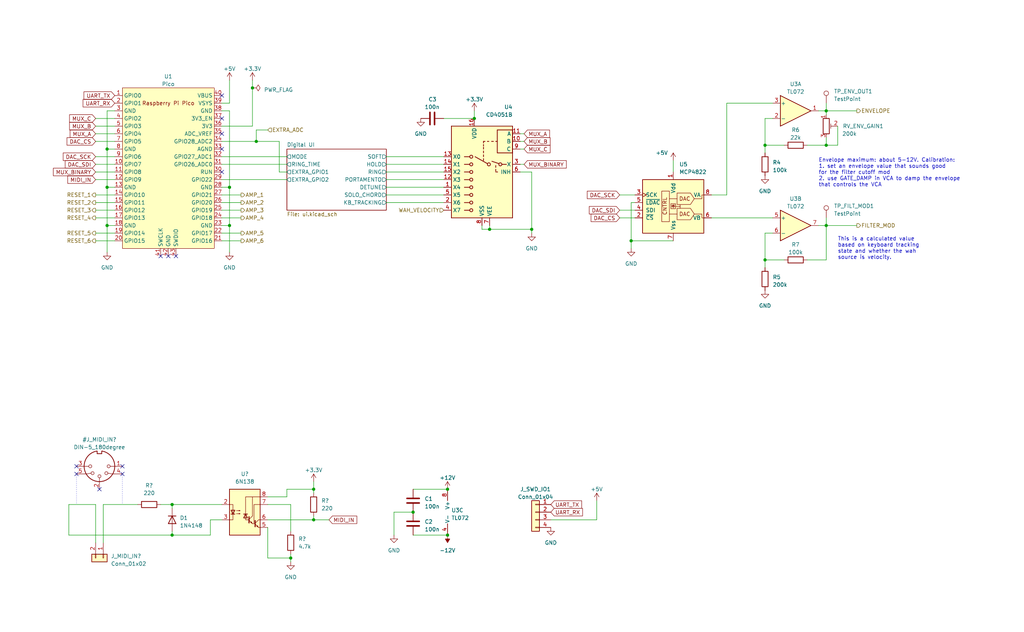
<source format=kicad_sch>
(kicad_sch (version 20230121) (generator eeschema)
  (paper "User" 340.004 210.007)
  (lib_symbols
    (symbol "+3.3V_1" (power) (pin_names (offset 0))
      (property "Value" "+3.3V_1" (at 0 3.556 0))
      (symbol "+3.3V_1_0_1"
        (polyline (pts (xy -0.762 1.27) (xy 0 2.54)))
        (polyline (pts (xy 0 0) (xy 0 2.54)))
        (polyline (pts (xy 0 2.54) (xy 0.762 1.27)))
      )
      (symbol "+3.3V_1_1_1"
        (pin power_in line (at 0 0 90) (length 0) hide (name "+3.3V") (number "1"))
      )
    )
    (symbol "Amplifier_Operational:TL072" (pin_names (offset 0.127))
      (property "Reference" "U" (at 0 5.08 0))
      (property "Value" "TL072" (at 0 -5.08 0))
      (symbol "TL072_1_1"
        (polyline (pts (xy -5.08 5.08) (xy 5.08 0) (xy -5.08 -5.08) (xy -5.08 5.08)) (stroke (width 0.254)) (fill (type background)))
        (pin output line (at 7.62 0 180) (length 2.54) (name "~") (number "1"))
        (pin input line (at -7.62 -2.54 0) (length 2.54) (name "-") (number "2"))
        (pin input line (at -7.62 2.54 0) (length 2.54) (name "+") (number "3"))
      )
      (symbol "TL072_2_1"
        (polyline (pts (xy -5.08 5.08) (xy 5.08 0) (xy -5.08 -5.08) (xy -5.08 5.08)) (stroke (width 0.254)) (fill (type background)))
        (pin input line (at -7.62 2.54 0) (length 2.54) (name "+") (number "5"))
        (pin input line (at -7.62 -2.54 0) (length 2.54) (name "-") (number "6"))
        (pin output line (at 7.62 0 180) (length 2.54) (name "~") (number "7"))
      )
      (symbol "TL072_3_1"
        (pin power_in line (at -2.54 -7.62 90) (length 3.81) (name "V-") (number "4"))
        (pin power_in line (at -2.54 7.62 270) (length 3.81) (name "V+") (number "8"))
      )
    )
    (symbol "Analog_DAC:MCP4822" (pin_names (offset 1.016))
      (property "Reference" "U" (at -2.54 10.795 0))
      (property "Value" "MCP4822" (at -2.54 8.89 0))
      (symbol "MCP4822_0_0"
        (polyline (pts (xy 0 -1.778) (xy 0 -0.635)))
        (polyline (pts (xy 0.381 -0.889) (xy 0.508 -0.762)))
        (polyline (pts (xy 2.286 -1.143) (xy 2.286 -1.905)))
        (polyline (pts (xy 0.381 -0.889) (xy -0.381 -0.889) (xy -0.508 -1.016)))
        (polyline (pts (xy 0.762 -1.27) (xy 2.286 -1.27) (xy 2.286 -0.762)))
        (polyline (pts (xy 0 -0.889) (xy 0.508 -1.397) (xy -0.508 -1.397) (xy 0 -0.889)))
        (polyline (pts (xy 6.985 -3.81) (xy 9.525 -3.81) (xy 9.525 -5.08) (xy 10.16 -5.08)))
        (polyline (pts (xy 6.985 1.27) (xy 9.525 1.27) (xy 9.525 2.54) (xy 10.16 2.54)))
        (rectangle (start 0.762 -0.381) (end -0.762 -2.032))
        (text "CNTRL" (at -2.032 -4.191 900) (effects (font (size 1.27 1.27)) (justify left bottom)))
        (text "DAC" (at 3.81 -3.81 0) (effects (font (size 1.27 1.27))))
        (text "DAC" (at 3.81 1.27 0) (effects (font (size 1.27 1.27))))
      )
      (symbol "MCP4822_0_1"
        (rectangle (start -10.16 7.62) (end 10.16 -10.16) (stroke (width 0.254)) (fill (type background)))
        (rectangle (start -1.27 -6.35) (end -3.81 3.81))
        (polyline (pts (xy 1.27 -3.81) (xy -1.27 -3.81)))
        (polyline (pts (xy 1.27 1.27) (xy -1.27 1.27)))
        (polyline (pts (xy 6.985 -3.81) (xy 5.715 -1.905) (xy 1.27 -1.905) (xy 1.27 -5.715) (xy 5.715 -5.715) (xy 6.985 -3.81)))
        (polyline (pts (xy 6.985 1.27) (xy 5.715 3.175) (xy 1.27 3.175) (xy 1.27 -0.635) (xy 5.715 -0.635) (xy 6.985 1.27)))
      )
      (symbol "MCP4822_1_1"
        (pin power_in line (at 0 10.16 270) (length 2.54) (name "Vdd") (number "1"))
        (pin input line (at -12.7 -5.08 0) (length 2.54) (name "~{CS}") (number "2"))
        (pin input clock (at -12.7 2.54 0) (length 2.54) (name "SCK") (number "3"))
        (pin input line (at -12.7 -2.54 0) (length 2.54) (name "SDI") (number "4"))
        (pin input line (at -12.7 0 0) (length 2.54) (name "~{LDAC}") (number "5"))
        (pin output line (at 12.7 -5.08 180) (length 2.54) (name "VB") (number "6"))
        (pin power_in line (at 0 -12.7 90) (length 2.54) (name "Vss") (number "7"))
        (pin output line (at 12.7 2.54 180) (length 2.54) (name "VA") (number "8"))
      )
    )
    (symbol "Analog_Switch:CD4051B"
      (property "Reference" "U" (at -10.16 16.51 0))
      (property "Value" "CD4051B" (at 3.81 16.51 0))
      (symbol "CD4051B_0_1"
        (rectangle (start -10.16 6.35) (end -5.08 13.97) (stroke (width 0.254)))
        (rectangle (start -10.16 15.24) (end 10.16 -15.24) (stroke (width 0.254)) (fill (type background)))
        (circle (center -6.096 2.54) (radius 0.508) (stroke (width 0.254)))
        (circle (center -2.286 2.54) (radius 0.508) (stroke (width 0.254)))
        (polyline (pts (xy -8.128 2.54) (xy -6.604 2.54)) (stroke (width 0.254)))
        (polyline (pts (xy -5.588 2.794) (xy -3.302 3.556)) (stroke (width 0.254)))
        (polyline (pts (xy -4.572 0) (xy -5.207 0)) (stroke (width 0.254)))
        (polyline (pts (xy -4.572 0.254) (xy -4.572 0.889)) (stroke (width 0.254)))
        (polyline (pts (xy -4.572 1.524) (xy -4.572 2.159)) (stroke (width 0.254)))
        (polyline (pts (xy -4.572 10.16) (xy -5.08 10.16)) (stroke (width 0.254)))
        (polyline (pts (xy -3.81 10.16) (xy -3.175 10.16)) (stroke (width 0.254)))
        (polyline (pts (xy -1.778 2.794) (xy 2.286 5.08)) (stroke (width 0.254)))
        (polyline (pts (xy -1.778 10.16) (xy -2.286 10.16)) (stroke (width 0.254)))
        (polyline (pts (xy -0.508 3.81) (xy -0.508 4.445)) (stroke (width 0.254)))
        (polyline (pts (xy -0.508 5.08) (xy -0.508 5.715)) (stroke (width 0.254)))
        (polyline (pts (xy -0.508 6.35) (xy -0.508 6.985)) (stroke (width 0.254)))
        (polyline (pts (xy -0.508 7.62) (xy -0.508 8.255)) (stroke (width 0.254)))
        (polyline (pts (xy -0.508 8.636) (xy -0.508 9.144)) (stroke (width 0.254)))
        (polyline (pts (xy -0.508 9.652) (xy -0.508 10.16)) (stroke (width 0.254)))
        (polyline (pts (xy -0.508 10.16) (xy -1.016 10.16)) (stroke (width 0.254)))
        (polyline (pts (xy 4.064 -12.7) (xy 5.842 -12.7)) (stroke (width 0.254)))
        (polyline (pts (xy 4.064 -10.16) (xy 5.842 -10.16)) (stroke (width 0.254)))
        (polyline (pts (xy 4.064 -7.62) (xy 5.842 -7.62)) (stroke (width 0.254)))
        (polyline (pts (xy 4.064 -5.08) (xy 5.842 -5.08)) (stroke (width 0.254)))
        (polyline (pts (xy 4.064 -2.54) (xy 5.842 -2.54)) (stroke (width 0.254)))
        (polyline (pts (xy 4.064 0) (xy 5.842 0)) (stroke (width 0.254)))
        (polyline (pts (xy 4.064 2.54) (xy 5.842 2.54)) (stroke (width 0.254)))
        (polyline (pts (xy 4.064 5.08) (xy 5.842 5.08)) (stroke (width 0.254)))
        (circle (center 3.556 -12.7) (radius 0.508) (stroke (width 0.254)))
        (circle (center 3.556 -10.16) (radius 0.508) (stroke (width 0.254)))
        (circle (center 3.556 -7.62) (radius 0.508) (stroke (width 0.254)))
        (circle (center 3.556 -5.08) (radius 0.508) (stroke (width 0.254)))
        (circle (center 3.556 -2.54) (radius 0.508) (stroke (width 0.254)))
        (circle (center 3.556 0) (radius 0.508) (stroke (width 0.254)))
        (circle (center 3.556 2.54) (radius 0.508) (stroke (width 0.254)))
        (circle (center 3.556 5.08) (radius 0.508) (stroke (width 0.254)))
      )
      (symbol "CD4051B_1_1"
        (pin bidirectional line (at 12.7 -5.08 180) (length 2.54) (name "X4") (number "1"))
        (pin input line (at -12.7 10.16 0) (length 2.54) (name "B") (number "10"))
        (pin input line (at -12.7 12.7 0) (length 2.54) (name "A") (number "11"))
        (pin bidirectional line (at 12.7 -2.54 180) (length 2.54) (name "X3") (number "12"))
        (pin bidirectional line (at 12.7 5.08 180) (length 2.54) (name "X0") (number "13"))
        (pin bidirectional line (at 12.7 2.54 180) (length 2.54) (name "X1") (number "14"))
        (pin bidirectional line (at 12.7 0 180) (length 2.54) (name "X2") (number "15"))
        (pin power_in line (at 2.54 17.78 270) (length 2.54) (name "VDD") (number "16"))
        (pin bidirectional line (at 12.7 -10.16 180) (length 2.54) (name "X6") (number "2"))
        (pin bidirectional line (at -12.7 2.54 0) (length 2.54) (name "X") (number "3"))
        (pin bidirectional line (at 12.7 -12.7 180) (length 2.54) (name "X7") (number "4"))
        (pin bidirectional line (at 12.7 -7.62 180) (length 2.54) (name "X5") (number "5"))
        (pin input line (at -12.7 0 0) (length 2.54) (name "INH") (number "6"))
        (pin power_in line (at -2.54 -17.78 90) (length 2.54) (name "VEE") (number "7"))
        (pin power_in line (at 0 -17.78 90) (length 2.54) (name "VSS") (number "8"))
        (pin input line (at -12.7 7.62 0) (length 2.54) (name "C") (number "9"))
      )
    )
    (symbol "Connector:DIN-5_180degree" (pin_names (offset 1.016))
      (property "Reference" "J" (at 3.175 5.715 0))
      (property "Value" "DIN-5_180degree" (at 0 -6.35 0))
      (symbol "DIN-5_180degree_0_1"
        (arc (start -5.08 0) (mid -3.8609 -3.3364) (end -0.762 -5.08) (stroke (width 0.254)))
        (circle (center -3.048 0) (radius 0.508))
        (circle (center -2.286 2.286) (radius 0.508))
        (polyline (pts (xy -5.08 0) (xy -3.556 0)))
        (polyline (pts (xy 0 5.08) (xy 0 3.81)))
        (polyline (pts (xy 5.08 0) (xy 3.556 0)))
        (polyline (pts (xy -5.08 2.54) (xy -4.318 2.54) (xy -2.794 2.286)))
        (polyline (pts (xy 5.08 2.54) (xy 4.318 2.54) (xy 2.794 2.286)))
        (polyline (pts (xy -0.762 -4.953) (xy -0.762 -4.191) (xy 0.762 -4.191) (xy 0.762 -4.953)) (stroke (width 0.254)))
        (circle (center 0 3.302) (radius 0.508))
        (arc (start 0.762 -5.08) (mid 3.8685 -3.343) (end 5.08 0) (stroke (width 0.254)))
        (circle (center 2.286 2.286) (radius 0.508))
        (circle (center 3.048 0) (radius 0.508))
        (arc (start 5.08 0) (mid 0 5.0579) (end -5.08 0) (stroke (width 0.254)))
      )
      (symbol "DIN-5_180degree_1_1"
        (pin passive line (at -7.62 0 0) (length 2.54) (name "~") (number "1"))
        (pin passive line (at 0 7.62 270) (length 2.54) (name "~") (number "2"))
        (pin passive line (at 7.62 0 180) (length 2.54) (name "~") (number "3"))
        (pin passive line (at -7.62 2.54 0) (length 2.54) (name "~") (number "4"))
        (pin passive line (at 7.62 2.54 180) (length 2.54) (name "~") (number "5"))
      )
    )
    (symbol "Connector:TestPoint" (pin_numbers hide) (pin_names (offset 0.762) hide)
      (property "Reference" "TP" (at 0 6.858 0))
      (property "Value" "TestPoint" (at 0 5.08 0))
      (symbol "TestPoint_0_1"
        (circle (center 0 3.302) (radius 0.762))
      )
      (symbol "TestPoint_1_1"
        (pin passive line (at 0 0 90) (length 2.54) (name "1") (number "1"))
      )
    )
    (symbol "Connector_Generic:Conn_01x02" (pin_names (offset 1.016) hide)
      (property "Reference" "J" (at 0 2.54 0))
      (property "Value" "Conn_01x02" (at 0 -5.08 0))
      (symbol "Conn_01x02_1_1"
        (rectangle (start -1.27 -2.413) (end 0 -2.667) (stroke (width 0.1524)))
        (rectangle (start -1.27 0.127) (end 0 -0.127) (stroke (width 0.1524)))
        (rectangle (start -1.27 1.27) (end 1.27 -3.81) (stroke (width 0.254)) (fill (type background)))
        (pin passive line (at -5.08 0 0) (length 3.81) (name "Pin_1") (number "1"))
        (pin passive line (at -5.08 -2.54 0) (length 3.81) (name "Pin_2") (number "2"))
      )
    )
    (symbol "Connector_Generic:Conn_01x04" (pin_names (offset 1.016) hide)
      (property "Reference" "J" (at 0 5.08 0))
      (property "Value" "Conn_01x04" (at 0 -7.62 0))
      (symbol "Conn_01x04_1_1"
        (rectangle (start -1.27 -4.953) (end 0 -5.207) (stroke (width 0.1524)))
        (rectangle (start -1.27 -2.413) (end 0 -2.667) (stroke (width 0.1524)))
        (rectangle (start -1.27 0.127) (end 0 -0.127) (stroke (width 0.1524)))
        (rectangle (start -1.27 2.667) (end 0 2.413) (stroke (width 0.1524)))
        (rectangle (start -1.27 3.81) (end 1.27 -6.35) (stroke (width 0.254)) (fill (type background)))
        (pin passive line (at -5.08 2.54 0) (length 3.81) (name "Pin_1") (number "1"))
        (pin passive line (at -5.08 0 0) (length 3.81) (name "Pin_2") (number "2"))
        (pin passive line (at -5.08 -2.54 0) (length 3.81) (name "Pin_3") (number "3"))
        (pin passive line (at -5.08 -5.08 0) (length 3.81) (name "Pin_4") (number "4"))
      )
    )
    (symbol "Device:C" (pin_numbers hide) (pin_names (offset 0.254))
      (property "Reference" "C" (at 0.635 2.54 0))
      (property "Value" "C" (at 0.635 -2.54 0))
      (symbol "C_0_1"
        (polyline (pts (xy -2.032 -0.762) (xy 2.032 -0.762)) (stroke (width 0.508)))
        (polyline (pts (xy -2.032 0.762) (xy 2.032 0.762)) (stroke (width 0.508)))
      )
      (symbol "C_1_1"
        (pin passive line (at 0 3.81 270) (length 2.794) (name "~") (number "1"))
        (pin passive line (at 0 -3.81 90) (length 2.794) (name "~") (number "2"))
      )
    )
    (symbol "Device:D" (pin_numbers hide) (pin_names (offset 1.016) hide)
      (property "Reference" "D" (at 0 2.54 0))
      (property "Value" "D" (at 0 -2.54 0))
      (symbol "D_0_1"
        (polyline (pts (xy -1.27 1.27) (xy -1.27 -1.27)) (stroke (width 0.254)))
        (polyline (pts (xy 1.27 0) (xy -1.27 0)))
        (polyline (pts (xy 1.27 1.27) (xy 1.27 -1.27) (xy -1.27 0) (xy 1.27 1.27)) (stroke (width 0.254)))
      )
      (symbol "D_1_1"
        (pin passive line (at -3.81 0 0) (length 2.54) (name "K") (number "1"))
        (pin passive line (at 3.81 0 180) (length 2.54) (name "A") (number "2"))
      )
    )
    (symbol "Device:R" (pin_numbers hide) (pin_names (offset 0))
      (property "Reference" "R" (at 2.032 0 90))
      (property "Value" "R" (at 0 0 90))
      (symbol "R_0_1"
        (rectangle (start -1.016 -2.54) (end 1.016 2.54) (stroke (width 0.254)))
      )
      (symbol "R_1_1"
        (pin passive line (at 0 3.81 270) (length 1.27) (name "~") (number "1"))
        (pin passive line (at 0 -3.81 90) (length 1.27) (name "~") (number "2"))
      )
    )
    (symbol "Device:R_Potentiometer_Trim" (pin_names (offset 1.016) hide)
      (property "Reference" "RV" (at -4.445 0 90))
      (property "Value" "R_Potentiometer_Trim" (at -2.54 0 90))
      (symbol "R_Potentiometer_Trim_0_1"
        (polyline (pts (xy 1.524 0.762) (xy 1.524 -0.762)))
        (polyline (pts (xy 2.54 0) (xy 1.524 0)))
        (rectangle (start 1.016 2.54) (end -1.016 -2.54) (stroke (width 0.254)))
      )
      (symbol "R_Potentiometer_Trim_1_1"
        (pin passive line (at 0 3.81 270) (length 1.27) (name "1") (number "1"))
        (pin passive line (at 3.81 0 180) (length 1.27) (name "2") (number "2"))
        (pin passive line (at 0 -3.81 90) (length 1.27) (name "3") (number "3"))
      )
    )
    (symbol "Isolator:6N138" (pin_names (offset 1.016) hide)
      (property "Reference" "U" (at -4.064 8.89 0))
      (property "Value" "6N138" (at 2.286 8.89 0))
      (symbol "6N138_0_1"
        (rectangle (start -5.08 7.62) (end 5.08 -7.62) (stroke (width 0.254)) (fill (type background)))
        (polyline (pts (xy -4.572 -0.635) (xy -3.302 -0.635)) (stroke (width 0.254)))
        (polyline (pts (xy 0.889 -0.635) (xy -0.381 -0.635)) (stroke (width 0.254)))
        (polyline (pts (xy 1.397 -2.667) (xy 2.54 -3.81)))
        (polyline (pts (xy 1.397 -2.413) (xy 2.54 -1.27)))
        (polyline (pts (xy 2.54 -3.81) (xy 3.175 -3.81)))
        (polyline (pts (xy 3.429 -3.937) (xy 4.572 -5.08)))
        (polyline (pts (xy 3.429 -3.683) (xy 4.572 -2.54)))
        (polyline (pts (xy 4.572 -5.08) (xy 5.08 -5.08)))
        (polyline (pts (xy 4.572 -2.54) (xy 5.08 -2.54)))
        (polyline (pts (xy 1.397 -1.524) (xy 1.397 -3.556) (xy 1.397 -3.556)) (stroke (width 0.3556)))
        (polyline (pts (xy 2.54 -1.27) (xy 2.54 5.08) (xy 5.08 5.08)))
        (polyline (pts (xy 3.429 -2.794) (xy 3.429 -4.826) (xy 3.429 -4.826)) (stroke (width 0.3556)))
        (polyline (pts (xy 5.08 2.54) (xy 3.048 2.54) (xy 3.048 -3.81)))
        (polyline (pts (xy -5.08 -2.54) (xy -3.937 -2.54) (xy -3.937 2.54) (xy -5.08 2.54)))
        (polyline (pts (xy -3.937 -0.635) (xy -4.572 0.635) (xy -3.302 0.635) (xy -3.937 -0.635)) (stroke (width 0.254)))
        (polyline (pts (xy 0.254 -0.635) (xy 0.889 -1.905) (xy -0.381 -1.905) (xy 0.254 -0.635)) (stroke (width 0.254)))
        (polyline (pts (xy 1.27 -2.54) (xy 0.254 -2.54) (xy 0.254 5.08) (xy 2.54 5.08)))
        (polyline (pts (xy 2.413 -3.683) (xy 2.159 -3.175) (xy 1.905 -3.429) (xy 2.413 -3.683)))
        (polyline (pts (xy 4.445 -4.953) (xy 4.191 -4.445) (xy 3.937 -4.699) (xy 4.445 -4.953)))
        (polyline (pts (xy -2.794 -0.508) (xy -1.524 -0.508) (xy -1.905 -0.635) (xy -1.905 -0.381) (xy -1.524 -0.508)))
        (polyline (pts (xy -2.794 0.508) (xy -1.524 0.508) (xy -1.905 0.381) (xy -1.905 0.635) (xy -1.524 0.508)))
      )
      (symbol "6N138_1_1"
        (pin no_connect line (at -5.08 5.08 0) (length 2.54) hide (name "NC") (number "1"))
        (pin passive line (at -7.62 2.54 0) (length 2.54) (name "C1") (number "2"))
        (pin passive line (at -7.62 -2.54 0) (length 2.54) (name "C2") (number "3"))
        (pin no_connect line (at -5.08 -5.08 0) (length 2.54) hide (name "NC") (number "4"))
        (pin passive line (at 7.62 -5.08 180) (length 2.54) (name "GND") (number "5"))
        (pin passive line (at 7.62 -2.54 180) (length 2.54) (name "VO2") (number "6"))
        (pin passive line (at 7.62 2.54 180) (length 2.54) (name "VO1") (number "7"))
        (pin passive line (at 7.62 5.08 180) (length 2.54) (name "VCC") (number "8"))
      )
    )
    (symbol "MCU_RaspberryPi_and_Boards:Pico"
      (property "Reference" "U" (at -13.97 27.94 0))
      (property "Value" "Pico" (at 0 19.05 0))
      (symbol "Pico_0_0"
        (text "Raspberry Pi Pico" (at 0 21.59 0) (effects (font (size 1.27 1.27))))
      )
      (symbol "Pico_0_1"
        (rectangle (start -15.24 26.67) (end 15.24 -26.67) (fill (type background)))
      )
      (symbol "Pico_1_1"
        (pin bidirectional line (at -17.78 24.13 0) (length 2.54) (name "GPIO0") (number "1"))
        (pin bidirectional line (at -17.78 1.27 0) (length 2.54) (name "GPIO7") (number "10"))
        (pin bidirectional line (at -17.78 -1.27 0) (length 2.54) (name "GPIO8") (number "11"))
        (pin bidirectional line (at -17.78 -3.81 0) (length 2.54) (name "GPIO9") (number "12"))
        (pin power_in line (at -17.78 -6.35 0) (length 2.54) (name "GND") (number "13"))
        (pin bidirectional line (at -17.78 -8.89 0) (length 2.54) (name "GPIO10") (number "14"))
        (pin bidirectional line (at -17.78 -11.43 0) (length 2.54) (name "GPIO11") (number "15"))
        (pin bidirectional line (at -17.78 -13.97 0) (length 2.54) (name "GPIO12") (number "16"))
        (pin bidirectional line (at -17.78 -16.51 0) (length 2.54) (name "GPIO13") (number "17"))
        (pin power_in line (at -17.78 -19.05 0) (length 2.54) (name "GND") (number "18"))
        (pin bidirectional line (at -17.78 -21.59 0) (length 2.54) (name "GPIO14") (number "19"))
        (pin bidirectional line (at -17.78 21.59 0) (length 2.54) (name "GPIO1") (number "2"))
        (pin bidirectional line (at -17.78 -24.13 0) (length 2.54) (name "GPIO15") (number "20"))
        (pin bidirectional line (at 17.78 -24.13 180) (length 2.54) (name "GPIO16") (number "21"))
        (pin bidirectional line (at 17.78 -21.59 180) (length 2.54) (name "GPIO17") (number "22"))
        (pin power_in line (at 17.78 -19.05 180) (length 2.54) (name "GND") (number "23"))
        (pin bidirectional line (at 17.78 -16.51 180) (length 2.54) (name "GPIO18") (number "24"))
        (pin bidirectional line (at 17.78 -13.97 180) (length 2.54) (name "GPIO19") (number "25"))
        (pin bidirectional line (at 17.78 -11.43 180) (length 2.54) (name "GPIO20") (number "26"))
        (pin bidirectional line (at 17.78 -8.89 180) (length 2.54) (name "GPIO21") (number "27"))
        (pin power_in line (at 17.78 -6.35 180) (length 2.54) (name "GND") (number "28"))
        (pin bidirectional line (at 17.78 -3.81 180) (length 2.54) (name "GPIO22") (number "29"))
        (pin power_in line (at -17.78 19.05 0) (length 2.54) (name "GND") (number "3"))
        (pin input line (at 17.78 -1.27 180) (length 2.54) (name "RUN") (number "30"))
        (pin bidirectional line (at 17.78 1.27 180) (length 2.54) (name "GPIO26_ADC0") (number "31"))
        (pin bidirectional line (at 17.78 3.81 180) (length 2.54) (name "GPIO27_ADC1") (number "32"))
        (pin power_in line (at 17.78 6.35 180) (length 2.54) (name "AGND") (number "33"))
        (pin bidirectional line (at 17.78 8.89 180) (length 2.54) (name "GPIO28_ADC2") (number "34"))
        (pin power_in line (at 17.78 11.43 180) (length 2.54) (name "ADC_VREF") (number "35"))
        (pin power_in line (at 17.78 13.97 180) (length 2.54) (name "3V3") (number "36"))
        (pin input line (at 17.78 16.51 180) (length 2.54) (name "3V3_EN") (number "37"))
        (pin bidirectional line (at 17.78 19.05 180) (length 2.54) (name "GND") (number "38"))
        (pin power_in line (at 17.78 21.59 180) (length 2.54) (name "VSYS") (number "39"))
        (pin bidirectional line (at -17.78 16.51 0) (length 2.54) (name "GPIO2") (number "4"))
        (pin power_in line (at 17.78 24.13 180) (length 2.54) (name "VBUS") (number "40"))
        (pin input line (at -2.54 -29.21 90) (length 2.54) (name "SWCLK") (number "41"))
        (pin power_in line (at 0 -29.21 90) (length 2.54) (name "GND") (number "42"))
        (pin bidirectional line (at 2.54 -29.21 90) (length 2.54) (name "SWDIO") (number "43"))
        (pin bidirectional line (at -17.78 13.97 0) (length 2.54) (name "GPIO3") (number "5"))
        (pin bidirectional line (at -17.78 11.43 0) (length 2.54) (name "GPIO4") (number "6"))
        (pin bidirectional line (at -17.78 8.89 0) (length 2.54) (name "GPIO5") (number "7"))
        (pin power_in line (at -17.78 6.35 0) (length 2.54) (name "GND") (number "8"))
        (pin bidirectional line (at -17.78 3.81 0) (length 2.54) (name "GPIO6") (number "9"))
      )
    )
    (symbol "power:+12V" (power) (pin_names (offset 0))
      (property "Value" "+12V" (at 0 3.556 0))
      (symbol "+12V_0_1"
        (polyline (pts (xy -0.762 1.27) (xy 0 2.54)))
        (polyline (pts (xy 0 0) (xy 0 2.54)))
        (polyline (pts (xy 0 2.54) (xy 0.762 1.27)))
      )
      (symbol "+12V_1_1"
        (pin power_in line (at 0 0 90) (length 0) hide (name "+12V") (number "1"))
      )
    )
    (symbol "power:+5V" (power) (pin_names (offset 0))
      (property "Value" "+5V" (at 0 3.556 0))
      (symbol "+5V_0_1"
        (polyline (pts (xy -0.762 1.27) (xy 0 2.54)))
        (polyline (pts (xy 0 0) (xy 0 2.54)))
        (polyline (pts (xy 0 2.54) (xy 0.762 1.27)))
      )
      (symbol "+5V_1_1"
        (pin power_in line (at 0 0 90) (length 0) hide (name "+5V") (number "1"))
      )
    )
    (symbol "power:-12V" (power) (pin_names (offset 0))
      (property "Value" "-12V" (at 0 3.81 0))
      (symbol "-12V_0_0"
        (pin power_in line (at 0 0 90) (length 0) hide (name "-12V") (number "1"))
      )
      (symbol "-12V_0_1"
        (polyline (pts (xy 0 0) (xy 0 1.27) (xy 0.762 1.27) (xy 0 2.54) (xy -0.762 1.27) (xy 0 1.27)) (fill (type outline)))
      )
    )
    (symbol "power:GND" (power) (pin_names (offset 0))
      (property "Value" "GND" (at 0 -3.81 0))
      (symbol "GND_0_1"
        (polyline (pts (xy 0 0) (xy 0 -1.27) (xy 1.27 -1.27) (xy 0 -2.54) (xy -1.27 -1.27) (xy 0 -1.27)))
      )
      (symbol "GND_1_1"
        (pin power_in line (at 0 0 270) (length 0) hide (name "GND") (number "1"))
      )
    )
    (symbol "power:PWR_FLAG" (power) (pin_numbers hide) (pin_names (offset 0) hide)
      (property "Value" "PWR_FLAG" (at 0 3.81 0))
      (symbol "PWR_FLAG_0_0"
        (pin power_out line (at 0 0 90) (length 0) (name "pwr") (number "1"))
      )
      (symbol "PWR_FLAG_0_1"
        (polyline (pts (xy 0 0) (xy 0 1.27) (xy -1.016 1.905) (xy 0 2.54) (xy 1.016 1.905) (xy 0 1.27)))
      )
    )
  )
  (junction (at 254 86.36))
  (junction (at 162.56 76.2))
  (junction (at 274.32 36.83))
  (junction (at 76.2 62.23))
  (junction (at 35.56 49.53))
  (junction (at 35.56 74.93))
  (junction (at 85.09 46.99))
  (junction (at 57.15 177.8))
  (junction (at 76.2 74.93))
  (junction (at 274.32 48.26))
  (junction (at 104.14 172.72))
  (junction (at 254 48.26))
  (junction (at 57.15 167.64))
  (junction (at 176.53 76.2))
  (junction (at 104.14 162.56))
  (junction (at 157.48 39.37))
  (junction (at 148.59 177.8))
  (junction (at 96.52 185.42))
  (junction (at 209.55 80.01))
  (junction (at 148.59 162.56))
  (junction (at 83.82 29.21))
  (junction (at 137.16 170.18))
  (junction (at 35.56 62.23))
  (junction (at 274.32 74.93))
  (no_connect (at 33.02 162.56))
  (no_connect (at 25.4 157.48))
  (no_connect (at 73.66 49.53))
  (no_connect (at 25.4 154.94))
  (no_connect (at 40.64 157.48))
  (no_connect (at 73.66 57.15))
  (no_connect (at 73.66 44.45))
  (no_connect (at 40.64 154.94))
  (no_connect (at 53.34 85.09))
  (no_connect (at 73.66 31.75))
  (no_connect (at 58.42 85.09))
  (no_connect (at 73.66 39.37))
  (no_connect (at 55.88 85.09))
  (wire (pts (xy 88.9 165.1) (xy 95.25 165.1)))
  (wire (pts (xy 128.27 57.15) (xy 147.32 57.15)))
  (wire (pts (xy 73.66 52.07) (xy 95.25 52.07)))
  (wire (pts (xy 88.9 167.64) (xy 96.52 167.64)))
  (wire (pts (xy 205.74 69.85) (xy 210.82 69.85)))
  (wire (pts (xy 205.74 72.39) (xy 210.82 72.39)))
  (wire (pts (xy 256.54 34.29) (xy 241.3 34.29)))
  (wire (pts (xy 209.55 80.01) (xy 209.55 82.55)))
  (wire (pts (xy 271.78 36.83) (xy 274.32 36.83)))
  (wire (pts (xy 128.27 62.23) (xy 147.32 62.23)))
  (wire (pts (xy 162.56 74.93) (xy 162.56 76.2)))
  (wire (pts (xy 256.54 77.47) (xy 254 77.47)))
  (wire (pts (xy 85.09 46.99) (xy 92.71 46.99)))
  (wire (pts (xy 83.82 29.21) (xy 83.82 41.91)))
  (wire (pts (xy 35.56 36.83) (xy 38.1 36.83)))
  (polyline (pts (xy 25.4 157.48) (xy 25.4 167.64)) (stroke (width 0) (type dot)))
  (wire (pts (xy 254 86.36) (xy 260.35 86.36)))
  (wire (pts (xy 73.66 64.77) (xy 80.01 64.77)))
  (wire (pts (xy 95.25 165.1) (xy 95.25 162.56)))
  (wire (pts (xy 88.9 185.42) (xy 96.52 185.42)))
  (wire (pts (xy 172.72 57.15) (xy 176.53 57.15)))
  (wire (pts (xy 88.9 175.26) (xy 88.9 185.42)))
  (wire (pts (xy 209.55 80.01) (xy 223.52 80.01)))
  (wire (pts (xy 198.12 172.72) (xy 182.88 172.72)))
  (wire (pts (xy 162.56 76.2) (xy 176.53 76.2)))
  (wire (pts (xy 80.01 69.85) (xy 73.66 69.85)))
  (wire (pts (xy 57.15 177.8) (xy 22.86 177.8)))
  (wire (pts (xy 76.2 74.93) (xy 73.66 74.93)))
  (wire (pts (xy 80.01 80.01) (xy 73.66 80.01)))
  (wire (pts (xy 130.81 170.18) (xy 137.16 170.18)))
  (wire (pts (xy 236.22 72.39) (xy 256.54 72.39)))
  (wire (pts (xy 57.15 176.53) (xy 57.15 177.8)))
  (wire (pts (xy 274.32 34.29) (xy 274.32 36.83)))
  (wire (pts (xy 73.66 54.61) (xy 95.25 54.61)))
  (wire (pts (xy 92.71 57.15) (xy 95.25 57.15)))
  (wire (pts (xy 31.75 72.39) (xy 38.1 72.39)))
  (wire (pts (xy 157.48 36.83) (xy 157.48 39.37)))
  (wire (pts (xy 274.32 72.39) (xy 274.32 74.93)))
  (wire (pts (xy 73.66 67.31) (xy 80.01 67.31)))
  (wire (pts (xy 80.01 77.47) (xy 73.66 77.47)))
  (wire (pts (xy 35.56 74.93) (xy 35.56 62.23)))
  (wire (pts (xy 172.72 54.61) (xy 173.99 54.61)))
  (wire (pts (xy 137.16 162.56) (xy 148.59 162.56)))
  (wire (pts (xy 128.27 52.07) (xy 147.32 52.07)))
  (wire (pts (xy 31.75 77.47) (xy 38.1 77.47)))
  (wire (pts (xy 254 39.37) (xy 254 48.26)))
  (wire (pts (xy 69.85 177.8) (xy 57.15 177.8)))
  (wire (pts (xy 223.52 53.34) (xy 223.52 57.15)))
  (wire (pts (xy 31.75 59.69) (xy 38.1 59.69)))
  (wire (pts (xy 254 48.26) (xy 254 50.8)))
  (wire (pts (xy 35.56 49.53) (xy 35.56 36.83)))
  (polyline (pts (xy 40.64 157.48) (xy 40.64 167.64)) (stroke (width 0) (type dot)))
  (wire (pts (xy 22.86 167.64) (xy 31.75 167.64)))
  (wire (pts (xy 34.29 167.64) (xy 34.29 180.34)))
  (wire (pts (xy 128.27 64.77) (xy 147.32 64.77)))
  (wire (pts (xy 35.56 74.93) (xy 38.1 74.93)))
  (wire (pts (xy 73.66 62.23) (xy 76.2 62.23)))
  (wire (pts (xy 173.99 49.53) (xy 172.72 49.53)))
  (wire (pts (xy 31.75 52.07) (xy 38.1 52.07)))
  (wire (pts (xy 31.75 41.91) (xy 38.1 41.91)))
  (wire (pts (xy 31.75 39.37) (xy 38.1 39.37)))
  (wire (pts (xy 73.66 59.69) (xy 95.25 59.69)))
  (wire (pts (xy 73.66 172.72) (xy 69.85 172.72)))
  (wire (pts (xy 83.82 26.67) (xy 83.82 29.21)))
  (wire (pts (xy 35.56 83.82) (xy 35.56 74.93)))
  (wire (pts (xy 31.75 57.15) (xy 38.1 57.15)))
  (wire (pts (xy 34.29 167.64) (xy 45.72 167.64)))
  (wire (pts (xy 271.78 74.93) (xy 274.32 74.93)))
  (wire (pts (xy 104.14 172.72) (xy 109.22 172.72)))
  (wire (pts (xy 92.71 46.99) (xy 92.71 57.15)))
  (wire (pts (xy 31.75 69.85) (xy 38.1 69.85)))
  (wire (pts (xy 31.75 46.99) (xy 38.1 46.99)))
  (wire (pts (xy 267.97 48.26) (xy 274.32 48.26)))
  (wire (pts (xy 85.09 43.18) (xy 85.09 46.99)))
  (wire (pts (xy 241.3 64.77) (xy 236.22 64.77)))
  (wire (pts (xy 76.2 36.83) (xy 73.66 36.83)))
  (wire (pts (xy 254 77.47) (xy 254 86.36)))
  (wire (pts (xy 274.32 36.83) (xy 284.48 36.83)))
  (wire (pts (xy 241.3 34.29) (xy 241.3 64.77)))
  (wire (pts (xy 176.53 76.2) (xy 176.53 77.47)))
  (wire (pts (xy 128.27 67.31) (xy 147.32 67.31)))
  (wire (pts (xy 31.75 167.64) (xy 31.75 180.34)))
  (wire (pts (xy 173.99 44.45) (xy 172.72 44.45)))
  (wire (pts (xy 160.02 76.2) (xy 162.56 76.2)))
  (wire (pts (xy 160.02 74.93) (xy 160.02 76.2)))
  (wire (pts (xy 104.14 171.45) (xy 104.14 172.72)))
  (wire (pts (xy 157.48 39.37) (xy 147.32 39.37)))
  (wire (pts (xy 130.81 177.8) (xy 130.81 170.18)))
  (wire (pts (xy 278.13 41.91) (xy 278.13 48.26)))
  (wire (pts (xy 274.32 36.83) (xy 274.32 38.1)))
  (wire (pts (xy 35.56 62.23) (xy 35.56 49.53)))
  (wire (pts (xy 274.32 74.93) (xy 274.32 86.36)))
  (wire (pts (xy 76.2 74.93) (xy 76.2 62.23)))
  (wire (pts (xy 198.12 166.37) (xy 198.12 172.72)))
  (wire (pts (xy 274.32 74.93) (xy 284.48 74.93)))
  (wire (pts (xy 137.16 177.8) (xy 148.59 177.8)))
  (wire (pts (xy 128.27 54.61) (xy 147.32 54.61)))
  (wire (pts (xy 76.2 34.29) (xy 73.66 34.29)))
  (wire (pts (xy 31.75 67.31) (xy 38.1 67.31)))
  (wire (pts (xy 31.75 54.61) (xy 38.1 54.61)))
  (wire (pts (xy 80.01 72.39) (xy 73.66 72.39)))
  (wire (pts (xy 76.2 62.23) (xy 76.2 36.83)))
  (wire (pts (xy 31.75 44.45) (xy 38.1 44.45)))
  (wire (pts (xy 176.53 57.15) (xy 176.53 76.2)))
  (wire (pts (xy 96.52 184.15) (xy 96.52 185.42)))
  (wire (pts (xy 69.85 172.72) (xy 69.85 177.8)))
  (wire (pts (xy 104.14 162.56) (xy 104.14 163.83)))
  (wire (pts (xy 73.66 41.91) (xy 83.82 41.91)))
  (wire (pts (xy 95.25 162.56) (xy 104.14 162.56)))
  (wire (pts (xy 35.56 62.23) (xy 38.1 62.23)))
  (wire (pts (xy 76.2 26.67) (xy 76.2 34.29)))
  (wire (pts (xy 88.9 172.72) (xy 104.14 172.72)))
  (wire (pts (xy 128.27 59.69) (xy 147.32 59.69)))
  (wire (pts (xy 53.34 167.64) (xy 57.15 167.64)))
  (wire (pts (xy 31.75 80.01) (xy 38.1 80.01)))
  (wire (pts (xy 57.15 167.64) (xy 73.66 167.64)))
  (wire (pts (xy 173.99 46.99) (xy 172.72 46.99)))
  (wire (pts (xy 57.15 167.64) (xy 57.15 168.91)))
  (wire (pts (xy 96.52 185.42) (xy 96.52 186.69)))
  (wire (pts (xy 88.9 43.18) (xy 85.09 43.18)))
  (wire (pts (xy 254 48.26) (xy 260.35 48.26)))
  (wire (pts (xy 256.54 39.37) (xy 254 39.37)))
  (wire (pts (xy 210.82 67.31) (xy 209.55 67.31)))
  (wire (pts (xy 76.2 83.82) (xy 76.2 74.93)))
  (wire (pts (xy 254 86.36) (xy 254 88.9)))
  (wire (pts (xy 267.97 86.36) (xy 274.32 86.36)))
  (wire (pts (xy 73.66 46.99) (xy 85.09 46.99)))
  (wire (pts (xy 209.55 67.31) (xy 209.55 80.01)))
  (wire (pts (xy 104.14 160.02) (xy 104.14 162.56)))
  (wire (pts (xy 31.75 64.77) (xy 38.1 64.77)))
  (wire (pts (xy 274.32 45.72) (xy 274.32 48.26)))
  (wire (pts (xy 96.52 167.64) (xy 96.52 176.53)))
  (wire (pts (xy 205.74 64.77) (xy 210.82 64.77)))
  (wire (pts (xy 22.86 177.8) (xy 22.86 167.64)))
  (wire (pts (xy 35.56 49.53) (xy 38.1 49.53)))
  (wire (pts (xy 278.13 48.26) (xy 274.32 48.26)))
  (text "This is a calculated value\nbased on keyboard tracking\nstate and whether the wah\nsource is velocity." (at 278.13 86.36 0) (effects (font (size 1.27 1.27)) (justify left bottom)))
  (text "Envelope maximum: about 5-12V. Calibration:\n1. set an envelope value that sounds good\nfor the filter cutoff mod\n2. use GATE_DAMP in VCA to damp the envelope\nthat controls the VCA" (at 271.78 62.23 0) (effects (font (size 1.27 1.27)) (justify left bottom)))
  (global_label "UART_TX" (shape input) (at 182.88 167.64 0) (property "Intersheetrefs" "${INTERSHEET_REFS}" (effects hide)))
  (global_label "MUX_B" (shape input) (at 31.75 41.91 180) (property "Intersheetrefs" "${INTERSHEET_REFS}" (effects hide)))
  (global_label "MUX_B" (shape input) (at 173.99 46.99 0) (property "Intersheetrefs" "${INTERSHEET_REFS}" (effects hide)))
  (global_label "DAC_CS" (shape input) (at 31.75 46.99 180) (property "Intersheetrefs" "${INTERSHEET_REFS}" (effects hide)))
  (global_label "DAC_SDI" (shape input) (at 205.74 69.85 180) (property "Intersheetrefs" "${INTERSHEET_REFS}" (effects hide)))
  (global_label "MUX_A" (shape input) (at 31.75 44.45 180) (property "Intersheetrefs" "${INTERSHEET_REFS}" (effects hide)))
  (global_label "MUX_C" (shape input) (at 31.75 39.37 180) (property "Intersheetrefs" "${INTERSHEET_REFS}" (effects hide)))
  (global_label "MUX_A" (shape input) (at 173.99 44.45 0) (property "Intersheetrefs" "${INTERSHEET_REFS}" (effects hide)))
  (global_label "UART_RX" (shape input) (at 38.1 34.29 180) (property "Intersheetrefs" "${INTERSHEET_REFS}" (effects hide)))
  (global_label "DAC_CS" (shape input) (at 205.74 72.39 180) (property "Intersheetrefs" "${INTERSHEET_REFS}" (effects hide)))
  (global_label "MUX_BINARY" (shape input) (at 173.99 54.61 0) (property "Intersheetrefs" "${INTERSHEET_REFS}" (effects hide)))
  (global_label "UART_RX" (shape input) (at 182.88 170.18 0) (property "Intersheetrefs" "${INTERSHEET_REFS}" (effects hide)))
  (global_label "MUX_BINARY" (shape input) (at 31.75 57.15 180) (property "Intersheetrefs" "${INTERSHEET_REFS}" (effects hide)))
  (global_label "DAC_SDI" (shape input) (at 31.75 54.61 180) (property "Intersheetrefs" "${INTERSHEET_REFS}" (effects hide)))
  (global_label "DAC_SCK" (shape input) (at 205.74 64.77 180) (property "Intersheetrefs" "${INTERSHEET_REFS}" (effects hide)))
  (global_label "MUX_C" (shape input) (at 173.99 49.53 0) (property "Intersheetrefs" "${INTERSHEET_REFS}" (effects hide)))
  (global_label "MIDI_IN" (shape input) (at 109.22 172.72 0) (property "Intersheetrefs" "${INTERSHEET_REFS}" (effects hide)))
  (global_label "MIDI_IN" (shape input) (at 31.75 59.69 180) (property "Intersheetrefs" "${INTERSHEET_REFS}" (effects hide)))
  (global_label "UART_TX" (shape input) (at 38.1 31.75 180) (property "Intersheetrefs" "${INTERSHEET_REFS}" (effects hide)))
  (global_label "DAC_SCK" (shape input) (at 31.75 52.07 180) (property "Intersheetrefs" "${INTERSHEET_REFS}" (effects hide)))
  (hierarchical_label "ENVELOPE" (shape output) (at 284.48 36.83 0))
  (hierarchical_label "AMP_2" (shape output) (at 80.01 67.31 0))
  (hierarchical_label "RESET_3" (shape output) (at 31.75 69.85 180))
  (hierarchical_label "RESET_5" (shape output) (at 31.75 77.47 180))
  (hierarchical_label "RESET_6" (shape output) (at 31.75 80.01 180))
  (hierarchical_label "WAH_VELOCITY" (shape input) (at 147.32 69.85 180))
  (hierarchical_label "EXTRA_ADC" (shape input) (at 88.9 43.18 0))
  (hierarchical_label "AMP_3" (shape output) (at 80.01 69.85 0))
  (hierarchical_label "FILTER_MOD" (shape output) (at 284.48 74.93 0))
  (hierarchical_label "AMP_1" (shape output) (at 80.01 64.77 0))
  (hierarchical_label "RESET_4" (shape output) (at 31.75 72.39 180))
  (hierarchical_label "AMP_6" (shape output) (at 80.01 80.01 0))
  (hierarchical_label "AMP_4" (shape output) (at 80.01 72.39 0))
  (hierarchical_label "RESET_1" (shape output) (at 31.75 64.77 180))
  (hierarchical_label "RESET_2" (shape output) (at 31.75 67.31 180))
  (hierarchical_label "AMP_5" (shape output) (at 80.01 77.47 0))
  (symbol (lib_id "Analog_DAC:MCP4822") (at 223.52 67.31 0) (unit 1)
    (property "Reference" "U5" (at 225.5394 54.61 0) (effects (justify left)))
    (property "Value" "MCP4822" (at 225.5394 57.15 0) (effects (justify left)))
    (property "Footprint" "PCM_Package_DIP_AKL:DIP-8_W7.62mm_LongPads" (effects hide))
    (property "Datasheet" "http://ww1.microchip.com/downloads/en/DeviceDoc/20002249B.pdf" (effects hide))
    (instances (project "shmoergh-funk-live-control" (path "" (reference "U5") (unit 1))) (project "borneborn" (path "" (reference "U?") (unit 1))))
  )
  (symbol (lib_id "power:-12V") (at 148.59 177.8 180) (unit 1)
    (property "Reference" "#PWR010" (effects hide))
    (property "Value" "-12V" (at 148.59 182.88 0))
  )
  (symbol (lib_name "+3.3V_1") (lib_id "power:+3.3V") (at 157.48 36.83 0) (mirror y) (unit 1)
    (property "Reference" "#PWR011" (effects hide))
    (property "Value" "+3.3V" (at 157.48 33.02 0))
  )
  (symbol (lib_id "Connector:DIN-5_180degree") (at 33.02 154.94 180) (unit 1)
    (property "Reference" "#J_MIDI_IN?" (at 33.0199 146.05 0))
    (property "Value" "DIN-5_180degree" (at 33.0199 148.59 0))
    (property "Datasheet" "http://www.mouser.com/ds/2/18/40_c091_abd_e-75918.pdf" (effects hide))
    (instances (project "third-voice" (path "" (reference "#J_MIDI_IN?") (unit 1))) (project "shmoergh-funk-live-control" (path "" (reference "#J_MIDI_IN1") (unit 1))))
  )
  (symbol (lib_id "power:GND") (at 96.52 186.69 0) (unit 1)
    (property "Reference" "#PWR?" (effects hide))
    (property "Value" "GND" (at 96.52 191.77 0))
    (instances (project "third-voice" (path "" (reference "#PWR?") (unit 1))) (project "shmoergh-funk-live-control" (path "" (reference "#PWR05") (unit 1))))
  )
  (symbol (lib_id "Connector:TestPoint") (at 274.32 72.39 0) (unit 1)
    (property "Reference" "TP_FILT_MOD1" (at 276.86 68.453 0) (effects (justify left)))
    (property "Value" "TestPoint" (at 276.86 70.993 0) (effects (justify left)))
    (property "Footprint" "TestPoint:TestPoint_THTPad_D2.0mm_Drill1.0mm" (effects hide))
  )
  (symbol (lib_id "Device:D") (at 57.15 172.72 270) (unit 1)
    (property "Reference" "D1" (at 59.69 172.085 90) (effects (justify left)))
    (property "Value" "1N4148" (at 59.69 174.625 90) (effects (justify left)))
    (property "Footprint" "Diode_THT:D_DO-35_SOD27_P7.62mm_Horizontal" (effects hide))
    (property "Sim.Device" "D" (effects hide))
    (property "Sim.Pins" "1=K 2=A" (effects hide))
  )
  (symbol (lib_id "MCU_RaspberryPi_and_Boards:Pico") (at 55.88 55.88 0) (unit 1)
    (property "Reference" "U1" (at 55.88 25.4 0))
    (property "Value" "Pico" (at 55.88 27.94 0))
    (property "Footprint" "MCU_RaspberryPi_and_Boards:RPi_Pico_SMD_TH" (effects hide))
  )
  (symbol (lib_id "Device:R") (at 264.16 48.26 90) (unit 1)
    (property "Reference" "R6" (at 264.16 43.18 90))
    (property "Value" "22k" (at 264.16 45.72 90))
    (property "Footprint" "Shmoergh_Custom_Footprints:R_Axial_DIN0207_L6.3mm_D2.5mm_P7.62mm_Horizontal" (effects hide))
  )
  (symbol (lib_id "Device:C") (at 143.51 39.37 270) (mirror x) (unit 1)
    (property "Reference" "C3" (at 142.24 33.02 90) (effects (justify left)))
    (property "Value" "100n" (at 140.97 35.56 90) (effects (justify left)))
    (property "Footprint" "Capacitor_THT:C_Disc_D3.0mm_W2.0mm_P2.50mm" (effects hide))
    (instances (project "shmoergh-funk-live-control" (path "" (reference "C3") (unit 1))) (project "rooster" (path "" (reference "C?") (unit 1))))
  )
  (symbol (lib_id "power:GND") (at 182.88 175.26 0) (unit 1)
    (property "Reference" "#PWR?" (effects hide))
    (property "Value" "GND" (at 182.88 180.34 0))
    (instances (project "third-voice" (path "" (reference "#PWR?") (unit 1))) (project "shmoergh-funk-live-control" (path "" (reference "#PWR013") (unit 1))))
  )
  (symbol (lib_id "Amplifier_Operational:TL072") (at 264.16 36.83 0) (unit 1)
    (property "Reference" "U3" (at 264.16 27.94 0))
    (property "Value" "TL072" (at 264.16 30.48 0))
    (property "Footprint" "PCM_Package_DIP_AKL:DIP-8_W7.62mm_LongPads" (effects hide))
    (property "Datasheet" "http://www.ti.com/lit/ds/symlink/tl071.pdf" (effects hide))
  )
  (symbol (lib_id "Amplifier_Operational:TL072") (at 151.13 170.18 0) (unit 3)
    (property "Reference" "U3" (at 149.86 169.545 0) (effects (justify left)))
    (property "Value" "TL072" (at 149.86 172.085 0) (effects (justify left)))
    (property "Footprint" "PCM_Package_DIP_AKL:DIP-8_W7.62mm_LongPads" (effects hide))
    (property "Datasheet" "http://www.ti.com/lit/ds/symlink/tl071.pdf" (effects hide))
  )
  (symbol (lib_id "power:GND") (at 130.81 177.8 0) (unit 1)
    (property "Reference" "#PWR07" (effects hide))
    (property "Value" "GND" (at 130.81 182.88 0))
  )
  (symbol (lib_id "Device:C") (at 137.16 173.99 0) (unit 1)
    (property "Reference" "C2" (at 140.97 173.355 0) (effects (justify left)))
    (property "Value" "100n" (at 140.97 175.895 0) (effects (justify left)))
    (property "Footprint" "Capacitor_THT:C_Disc_D3.0mm_W2.0mm_P2.50mm" (effects hide))
  )
  (symbol (lib_id "Device:R") (at 104.14 167.64 0) (unit 1)
    (property "Reference" "R?" (at 106.68 166.3699 0) (effects (justify left)))
    (property "Value" "220" (at 106.68 168.9099 0) (effects (justify left)))
    (property "Footprint" "Shmoergh_Custom_Footprints:R_Axial_DIN0207_L6.3mm_D2.5mm_P7.62mm_Horizontal" (effects hide))
    (instances (project "third-voice" (path "" (reference "R?") (unit 1))) (project "shmoergh-funk-live-control" (path "" (reference "R3") (unit 1))))
  )
  (symbol (lib_id "Device:R") (at 96.52 180.34 0) (unit 1)
    (property "Reference" "R?" (at 99.06 179.0699 0) (effects (justify left)))
    (property "Value" "4.7k" (at 99.06 181.6099 0) (effects (justify left)))
    (property "Footprint" "Shmoergh_Custom_Footprints:R_Axial_DIN0207_L6.3mm_D2.5mm_P7.62mm_Horizontal" (effects hide))
    (instances (project "third-voice" (path "" (reference "R?") (unit 1))) (project "shmoergh-funk-live-control" (path "" (reference "R2") (unit 1))))
  )
  (symbol (lib_id "power:+5V") (at 198.12 166.37 0) (unit 1)
    (property "Reference" "#PWR014" (effects hide))
    (property "Value" "+5V" (at 198.12 162.56 0))
  )
  (symbol (lib_id "power:+5V") (at 76.2 26.67 0) (unit 1)
    (property "Reference" "#PWR02" (effects hide))
    (property "Value" "+5V" (at 76.2 22.86 0))
  )
  (symbol (lib_id "power:GND") (at 176.53 77.47 0) (mirror y) (unit 1)
    (property "Reference" "#PWR012" (effects hide))
    (property "Value" "GND" (at 176.53 82.55 0))
    (instances (project "shmoergh-funk-live-control" (path "" (reference "#PWR012") (unit 1))) (project "rooster" (path "" (reference "#PWR?") (unit 1))))
  )
  (symbol (lib_id "Connector_Generic:Conn_01x02") (at 34.29 185.42 270) (unit 1)
    (property "Reference" "J_MIDI_IN?" (at 36.83 184.785 90) (effects (justify left)))
    (property "Value" "Conn_01x02" (at 36.83 187.325 90) (effects (justify left)))
    (property "Footprint" "Shmoergh_Custom_Footprints:NSL25_01x02_Vertical" (effects hide))
    (instances (project "third-voice" (path "" (reference "J_MIDI_IN?") (unit 1))) (project "shmoergh-funk-live-control" (path "" (reference "J_MIDI_IN1") (unit 1))))
  )
  (symbol (lib_id "Device:C") (at 137.16 166.37 0) (unit 1)
    (property "Reference" "C1" (at 140.97 165.735 0) (effects (justify left)))
    (property "Value" "100n" (at 140.97 168.275 0) (effects (justify left)))
    (property "Footprint" "Capacitor_THT:C_Disc_D3.0mm_W2.0mm_P2.50mm" (effects hide))
  )
  (symbol (lib_id "power:GND") (at 76.2 83.82 0) (unit 1)
    (property "Reference" "#PWR03" (effects hide))
    (property "Value" "GND" (at 76.2 88.9 0))
  )
  (symbol (lib_id "Isolator:6N138") (at 81.28 170.18 0) (unit 1)
    (property "Reference" "U?" (at 81.28 157.48 0))
    (property "Value" "6N138" (at 81.28 160.02 0))
    (property "Footprint" "PCM_Package_DIP_AKL:DIP-8_W7.62mm_LongPads" (effects hide))
    (property "Datasheet" "http://www.onsemi.com/pub/Collateral/HCPL2731-D.pdf" (effects hide))
    (instances (project "third-voice" (path "" (reference "U?") (unit 1))) (project "shmoergh-funk-live-control" (path "" (reference "U2") (unit 1))))
  )
  (symbol (lib_id "power:GND") (at 254 96.52 0) (unit 1)
    (property "Reference" "#PWR018" (effects hide))
    (property "Value" "GND" (at 254 101.6 0))
  )
  (symbol (lib_id "power:GND") (at 139.7 39.37 0) (mirror y) (unit 1)
    (property "Reference" "#PWR08" (effects hide))
    (property "Value" "GND" (at 139.7 44.45 0))
    (instances (project "shmoergh-funk-live-control" (path "" (reference "#PWR08") (unit 1))) (project "rooster" (path "" (reference "#PWR?") (unit 1))))
  )
  (symbol (lib_id "Device:R") (at 254 54.61 0) (unit 1)
    (property "Reference" "R4" (at 256.54 53.975 0) (effects (justify left)))
    (property "Value" "100k" (at 256.54 56.515 0) (effects (justify left)))
    (property "Footprint" "Shmoergh_Custom_Footprints:R_Axial_DIN0207_L6.3mm_D2.5mm_P7.62mm_Horizontal" (effects hide))
  )
  (symbol (lib_id "Device:R") (at 254 92.71 0) (unit 1)
    (property "Reference" "R5" (at 256.54 92.075 0) (effects (justify left)))
    (property "Value" "200k" (at 256.54 94.615 0) (effects (justify left)))
    (property "Footprint" "Shmoergh_Custom_Footprints:R_Axial_DIN0207_L6.3mm_D2.5mm_P7.62mm_Horizontal" (effects hide))
  )
  (symbol (lib_id "Analog_Switch:CD4051B") (at 160.02 57.15 0) (mirror y) (unit 1)
    (property "Reference" "U4" (at 170.18 35.56 0) (effects (justify left)))
    (property "Value" "CD4051B" (at 170.18 38.1 0) (effects (justify left)))
    (property "Footprint" "PCM_Package_DIP_AKL:DIP-16_W7.62mm_LongPads" (effects hide))
    (property "Datasheet" "http://www.ti.com/lit/ds/symlink/cd4052b.pdf" (effects hide))
    (instances (project "shmoergh-funk-live-control" (path "" (reference "U4") (unit 1))) (project "rooster" (path "" (reference "U?") (unit 1))))
  )
  (symbol (lib_id "Device:R") (at 264.16 86.36 90) (unit 1)
    (property "Reference" "R7" (at 264.16 81.28 90))
    (property "Value" "100k" (at 264.16 83.82 90))
    (property "Footprint" "Shmoergh_Custom_Footprints:R_Axial_DIN0207_L6.3mm_D2.5mm_P7.62mm_Horizontal" (effects hide))
  )
  (symbol (lib_id "Device:R") (at 49.53 167.64 90) (unit 1)
    (property "Reference" "R?" (at 49.53 161.29 90))
    (property "Value" "220" (at 49.53 163.83 90))
    (property "Footprint" "Shmoergh_Custom_Footprints:R_Axial_DIN0207_L6.3mm_D2.5mm_P7.62mm_Horizontal" (effects hide))
    (instances (project "third-voice" (path "" (reference "R?") (unit 1))) (project "shmoergh-funk-live-control" (path "" (reference "R1") (unit 1))))
  )
  (symbol (lib_id "Connector_Generic:Conn_01x04") (at 177.8 170.18 0) (mirror y) (unit 1)
    (property "Reference" "J_SWD_IO1" (at 177.8 162.56 0))
    (property "Value" "Conn_01x04" (at 177.8 165.1 0))
    (property "Footprint" "Shmoergh_Custom_Footprints:NSL25_01x04_Vertical" (effects hide))
  )
  (symbol (lib_id "power:PWR_FLAG") (at 83.82 29.21 270) (unit 1)
    (property "Reference" "#FLG01" (effects hide))
    (property "Value" "PWR_FLAG" (at 87.63 29.845 90) (effects (justify left)))
  )
  (symbol (lib_id "power:GND") (at 254 58.42 0) (unit 1)
    (property "Reference" "#PWR017" (effects hide))
    (property "Value" "GND" (at 254 63.5 0))
  )
  (symbol (lib_id "power:GND") (at 209.55 82.55 0) (unit 1)
    (property "Reference" "#PWR015" (effects hide))
    (property "Value" "GND" (at 209.55 87.63 0))
    (instances (project "shmoergh-funk-live-control" (path "" (reference "#PWR015") (unit 1))) (project "borneborn" (path "" (reference "#PWR?") (unit 1))))
  )
  (symbol (lib_name "+3.3V_1") (lib_id "power:+3.3V") (at 104.14 160.02 0) (mirror y) (unit 1)
    (property "Reference" "#PWR06" (effects hide))
    (property "Value" "+3.3V" (at 104.14 156.21 0))
  )
  (symbol (lib_id "power:GND") (at 35.56 83.82 0) (unit 1)
    (property "Reference" "#PWR01" (effects hide))
    (property "Value" "GND" (at 35.56 88.9 0))
  )
  (symbol (lib_name "+3.3V_1") (lib_id "power:+3.3V") (at 83.82 26.67 0) (mirror y) (unit 1)
    (property "Reference" "#PWR04" (effects hide))
    (property "Value" "+3.3V" (at 83.82 22.86 0))
  )
  (symbol (lib_id "Device:R_Potentiometer_Trim") (at 274.32 41.91 0) (unit 1)
    (property "Reference" "RV_ENV_GAIN1" (at 293.37 41.91 0) (effects (justify right)))
    (property "Value" "200k" (at 284.48 44.45 0) (effects (justify right)))
    (property "Footprint" "Potentiometer_THT:Potentiometer_Runtron_RM-065_Vertical" (effects hide))
  )
  (symbol (lib_id "Amplifier_Operational:TL072") (at 264.16 74.93 0) (unit 2)
    (property "Reference" "U3" (at 264.16 66.04 0))
    (property "Value" "TL072" (at 264.16 68.58 0))
    (property "Footprint" "PCM_Package_DIP_AKL:DIP-8_W7.62mm_LongPads" (effects hide))
    (property "Datasheet" "http://www.ti.com/lit/ds/symlink/tl071.pdf" (effects hide))
  )
  (symbol (lib_id "Connector:TestPoint") (at 274.32 34.29 0) (unit 1)
    (property "Reference" "TP_ENV_OUT1" (at 276.86 30.353 0) (effects (justify left)))
    (property "Value" "TestPoint" (at 276.86 32.893 0) (effects (justify left)))
    (property "Footprint" "TestPoint:TestPoint_THTPad_D2.0mm_Drill1.0mm" (effects hide))
  )
  (symbol (lib_id "power:+12V") (at 148.59 162.56 0) (unit 1)
    (property "Reference" "#PWR09" (effects hide))
    (property "Value" "+12V" (at 148.59 158.75 0))
  )
  (symbol (lib_id "power:+5V") (at 223.52 53.34 0) (unit 1)
    (property "Reference" "#PWR016" (effects hide))
    (property "Value" "+5V" (at 219.71 50.8 0))
    (instances (project "shmoergh-funk-live-control" (path "" (reference "#PWR016") (unit 1))) (project "borneborn" (path "" (reference "#PWR?") (unit 1))))
  )
  (sheet (at 95.25 49.53) (size 33.02 20.32) (stroke (width 0.1524))
    (property "Sheetname" "Digital UI" (at 95.25 48.8184 0) (effects (justify left bottom)))
    (property "Sheetfile" "ui.kicad_sch" (at 95.25 70.4346 0) (effects (justify left top)))
    (pin "MODE" output (at 95.25 52.07 180))
    (pin "DETUNE" output (at 128.27 62.23 0))
    (pin "PORTAMENTO" output (at 128.27 59.69 0))
    (pin "HOLD" output (at 128.27 54.61 0))
    (pin "RING" output (at 128.27 57.15 0))
    (pin "SOLO_CHORD" output (at 128.27 64.77 0))
    (pin "SOFT" output (at 128.27 52.07 0))
    (pin "RING_TIME" output (at 95.25 54.61 180))
    (pin "KB_TRACKING" output (at 128.27 67.31 0))
    (pin "EXTRA_GPIO2" output (at 95.25 59.69 180))
    (pin "EXTRA_GPIO1" output (at 95.25 57.15 180))
  )
)
</source>
